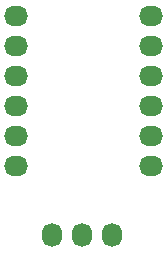
<source format=gbs>
G04 #@! TF.FileFunction,Soldermask,Bot*
%FSLAX46Y46*%
G04 Gerber Fmt 4.6, Leading zero omitted, Abs format (unit mm)*
G04 Created by KiCad (PCBNEW (2015-04-22 BZR 5620)-product) date 06/08/2015 11:36:45*
%MOMM*%
G01*
G04 APERTURE LIST*
%ADD10C,0.100000*%
%ADD11O,2.032000X1.727200*%
%ADD12O,1.727200X2.032000*%
G04 APERTURE END LIST*
D10*
D11*
X202565000Y-103632000D03*
X202565000Y-106172000D03*
X202565000Y-108712000D03*
X202565000Y-111252000D03*
X202565000Y-113792000D03*
X202565000Y-116332000D03*
X213995000Y-103632000D03*
X213995000Y-106172000D03*
X213995000Y-108712000D03*
X213995000Y-111252000D03*
X213995000Y-113792000D03*
X213995000Y-116332000D03*
D12*
X210693000Y-122174000D03*
X208153000Y-122174000D03*
X205613000Y-122174000D03*
M02*

</source>
